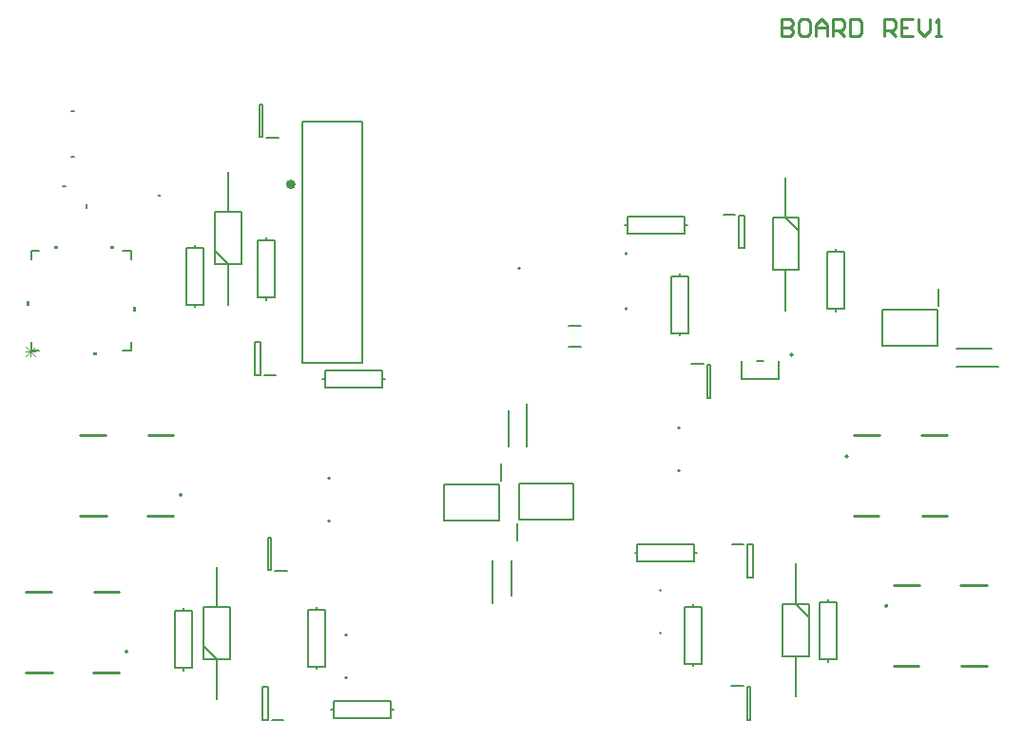
<source format=gto>
G04 Layer_Color=65535*
%FSLAX25Y25*%
%MOIN*%
G70*
G01*
G75*
%ADD35C,0.01000*%
%ADD51C,0.00600*%
%ADD52C,0.01575*%
%ADD53C,0.00787*%
%ADD54C,0.00300*%
G36*
X76528Y146646D02*
X75528D01*
Y148146D01*
X76528D01*
Y146646D01*
D02*
G37*
G36*
X63121Y131272D02*
X61621D01*
Y132272D01*
X63121D01*
Y131272D01*
D02*
G37*
G36*
X39372Y148616D02*
X38372D01*
Y150116D01*
X39372D01*
Y148616D01*
D02*
G37*
G36*
X69027Y168428D02*
X67527D01*
Y169428D01*
X69027D01*
Y168428D01*
D02*
G37*
G36*
X49342D02*
X47842D01*
Y169428D01*
X49342D01*
Y168428D01*
D02*
G37*
D35*
X84790Y187195D02*
G03*
X84790Y187195I-161J0D01*
G01*
X73676Y27206D02*
G03*
X73676Y27206I-300J0D01*
G01*
X339927Y43277D02*
G03*
X339927Y43277I-300J0D01*
G01*
X326127Y95694D02*
G03*
X326127Y95694I-300J0D01*
G01*
X92676Y82206D02*
G03*
X92676Y82206I-300J0D01*
G01*
X61807Y19827D02*
X70739D01*
X62101Y48173D02*
X70739D01*
X38061D02*
X46889D01*
X38061Y19827D02*
X47183D01*
X342265Y50657D02*
X351197D01*
X342265Y22310D02*
X350903D01*
X366114D02*
X374942D01*
X365821Y50657D02*
X374942D01*
X328465Y103073D02*
X337397D01*
X328465Y74727D02*
X337103D01*
X352314D02*
X361142D01*
X352021Y103073D02*
X361142D01*
X80807Y74827D02*
X89739D01*
X81101Y103173D02*
X89739D01*
X57061D02*
X65890D01*
X57061Y74827D02*
X66184D01*
X302900Y249298D02*
Y243300D01*
X305899D01*
X306899Y244300D01*
Y245299D01*
X305899Y246299D01*
X302900D01*
X305899D01*
X306899Y247299D01*
Y248298D01*
X305899Y249298D01*
X302900D01*
X311897D02*
X309898D01*
X308898Y248298D01*
Y244300D01*
X309898Y243300D01*
X311897D01*
X312897Y244300D01*
Y248298D01*
X311897Y249298D01*
X314896Y243300D02*
Y247299D01*
X316896Y249298D01*
X318895Y247299D01*
Y243300D01*
Y246299D01*
X314896D01*
X320894Y243300D02*
Y249298D01*
X323893D01*
X324893Y248298D01*
Y246299D01*
X323893Y245299D01*
X320894D01*
X322894D02*
X324893Y243300D01*
X326892Y249298D02*
Y243300D01*
X329891D01*
X330891Y244300D01*
Y248298D01*
X329891Y249298D01*
X326892D01*
X338888Y243300D02*
Y249298D01*
X341887D01*
X342887Y248298D01*
Y246299D01*
X341887Y245299D01*
X338888D01*
X340888D02*
X342887Y243300D01*
X348885Y249298D02*
X344886D01*
Y243300D01*
X348885D01*
X344886Y246299D02*
X346886D01*
X350885Y249298D02*
Y245299D01*
X352884Y243300D01*
X354883Y245299D01*
Y249298D01*
X356883Y243300D02*
X358882D01*
X357882D01*
Y249298D01*
X356883Y248298D01*
D51*
X248800Y166950D02*
G03*
X248800Y166950I-300J0D01*
G01*
Y147450D02*
G03*
X248800Y147450I-300J0D01*
G01*
X211300Y161567D02*
G03*
X211300Y161567I-300J0D01*
G01*
X260800Y33700D02*
G03*
X260800Y33700I-300J0D01*
G01*
Y48700D02*
G03*
X260800Y48700I-300J0D01*
G01*
X267300Y90700D02*
G03*
X267300Y90700I-300J0D01*
G01*
Y105700D02*
G03*
X267300Y105700I-300J0D01*
G01*
X307000Y131200D02*
G03*
X307000Y131200I-500J0D01*
G01*
X144700Y88050D02*
G03*
X144700Y88050I-300J0D01*
G01*
Y73050D02*
G03*
X144700Y73050I-300J0D01*
G01*
X150700Y33050D02*
G03*
X150700Y33050I-300J0D01*
G01*
Y18050D02*
G03*
X150700Y18050I-300J0D01*
G01*
X302000Y122750D02*
Y129250D01*
X289000Y122750D02*
X302000D01*
X289000D02*
Y129250D01*
X294270D02*
X296730D01*
X228475Y134175D02*
X232525D01*
X228475Y141475D02*
X232525D01*
X74993Y164963D02*
Y167893D01*
X72060Y132807D02*
X74993D01*
X39907D02*
X42840D01*
X39907Y164963D02*
Y167893D01*
X72060D02*
X74993D01*
Y132807D02*
Y135737D01*
X39907Y167893D02*
X42840D01*
X39907Y132807D02*
Y135737D01*
D52*
X131819Y191106D02*
G03*
X131819Y191106I-862J0D01*
G01*
D53*
X59500Y183009D02*
Y184191D01*
X53909Y217000D02*
X55090D01*
X285602Y64906D02*
X289736D01*
X291114Y53291D02*
Y64709D01*
Y53291D02*
X292886D01*
Y64709D01*
X291114D02*
X292886D01*
X125469Y55457D02*
X129799D01*
X124091Y55791D02*
Y67209D01*
X122909D02*
X124091D01*
X122909Y55791D02*
Y67209D01*
Y55791D02*
X124091D01*
X358157Y148502D02*
Y154408D01*
X338354Y147124D02*
X357646D01*
X338354Y134526D02*
Y147124D01*
Y134526D02*
X357646D01*
Y147124D01*
X208248Y46701D02*
Y59299D01*
X201752Y44339D02*
Y59299D01*
X207252Y99201D02*
Y111799D01*
X213748Y99201D02*
Y114161D01*
X210343Y66167D02*
Y72072D01*
X210854Y73450D02*
X230146D01*
Y86049D01*
X210854D02*
X230146D01*
X210854Y73450D02*
Y86049D01*
X137000Y42000D02*
X140000D01*
X137000Y22000D02*
Y42000D01*
Y22000D02*
X143000D01*
Y42000D01*
X140000D02*
X143000D01*
X140000Y21100D02*
Y22000D01*
Y42000D02*
Y42900D01*
X146000Y4000D02*
Y7000D01*
Y4000D02*
X166000D01*
Y10000D01*
X146000D02*
X166000D01*
X146000Y7000D02*
Y10000D01*
X166000Y7000D02*
X166900D01*
X145100D02*
X146000D01*
X90500Y41500D02*
X93500D01*
X90500Y21500D02*
Y41500D01*
Y21500D02*
X96500D01*
Y41500D01*
X93500D02*
X96500D01*
X93500Y20600D02*
Y21500D01*
Y41500D02*
Y42400D01*
X308000Y11480D02*
Y25630D01*
Y43882D02*
Y58031D01*
Y43882D02*
X312646Y39236D01*
X303354Y43882D02*
X312646D01*
X303354Y25630D02*
Y43882D01*
Y25630D02*
X312646D01*
Y43882D01*
X272000Y23000D02*
X275000D01*
Y43000D01*
X269000D02*
X275000D01*
X269000Y23000D02*
Y43000D01*
Y23000D02*
X272000D01*
Y43000D02*
Y43900D01*
Y22100D02*
Y23000D01*
X272500Y62000D02*
Y65000D01*
X252500D02*
X272500D01*
X252500Y59000D02*
Y65000D01*
Y59000D02*
X272500D01*
Y62000D01*
X251600D02*
X252500D01*
X272500D02*
X273400D01*
X319500Y24500D02*
X322500D01*
Y44500D01*
X316500D02*
X322500D01*
X316500Y24500D02*
Y44500D01*
Y24500D02*
X319500D01*
Y44500D02*
Y45400D01*
Y23600D02*
Y24500D01*
X304500Y146968D02*
Y161118D01*
Y179370D02*
Y193520D01*
Y179370D02*
X309146Y174724D01*
X299854Y179370D02*
X309146D01*
X299854Y161118D02*
Y179370D01*
Y161118D02*
X309146D01*
Y179370D01*
X267500Y139000D02*
X270500D01*
Y159000D01*
X264500D02*
X270500D01*
X264500Y139000D02*
Y159000D01*
Y139000D02*
X267500D01*
Y159000D02*
Y159900D01*
Y138100D02*
Y139000D01*
X269000Y177000D02*
Y180000D01*
X249000D02*
X269000D01*
X249000Y174000D02*
Y180000D01*
Y174000D02*
X269000D01*
Y177000D01*
X248100D02*
X249000D01*
X269000D02*
X269900D01*
X322000Y147500D02*
X325000D01*
Y167500D01*
X319000D02*
X325000D01*
X319000Y147500D02*
Y167500D01*
Y147500D02*
X322000D01*
Y167500D02*
Y168400D01*
Y146600D02*
Y147500D01*
X119500Y171500D02*
X122500D01*
X119500Y151500D02*
Y171500D01*
Y151500D02*
X125500D01*
Y171500D01*
X122500D02*
X125500D01*
X122500Y150600D02*
Y151500D01*
Y171500D02*
Y172400D01*
X143000Y120000D02*
Y123000D01*
Y120000D02*
X163000D01*
Y126000D01*
X143000D02*
X163000D01*
X143000Y123000D02*
Y126000D01*
X163000Y123000D02*
X163900D01*
X142100D02*
X143000D01*
X109000Y181382D02*
Y195531D01*
Y148980D02*
Y163130D01*
X104354Y167776D02*
X109000Y163130D01*
X104354D02*
X113646D01*
Y181382D01*
X104354D02*
X113646D01*
X104354Y163130D02*
Y181382D01*
X364201Y133573D02*
X376799D01*
X364201Y127077D02*
X379161D01*
X271201Y128043D02*
X275532D01*
X276909Y116291D02*
Y127709D01*
Y116291D02*
X278091D01*
Y127709D01*
X276909D02*
X278091D01*
X282602Y180405D02*
X286736D01*
X288114Y168791D02*
Y180209D01*
Y168791D02*
X289886D01*
Y180209D01*
X288114D02*
X289886D01*
X285201Y15043D02*
X289531D01*
X290910Y3291D02*
Y14709D01*
Y3291D02*
X292091D01*
Y14709D01*
X290910D02*
X292091D01*
X124264Y3094D02*
X128398D01*
X122886Y3291D02*
Y14709D01*
X121114D02*
X122886D01*
X121114Y3291D02*
Y14709D01*
Y3291D02*
X122886D01*
X121595Y124094D02*
X125728D01*
X120217Y124291D02*
Y135709D01*
X118445D02*
X120217D01*
X118445Y124291D02*
Y135709D01*
Y124291D02*
X120217D01*
X53909Y201000D02*
X55090D01*
X50909Y190400D02*
X52091D01*
X122468Y207457D02*
X126799D01*
X121091Y207791D02*
Y219209D01*
X119909D02*
X121091D01*
X119909Y207791D02*
Y219209D01*
Y207791D02*
X121091D01*
X105000Y42870D02*
Y57020D01*
Y10469D02*
Y24618D01*
X100354Y29264D02*
X105000Y24618D01*
X100354D02*
X109646D01*
Y42870D01*
X100354D02*
X109646D01*
X100354Y24618D02*
Y42870D01*
X204557Y87177D02*
Y93083D01*
X184754Y85799D02*
X204046D01*
X184754Y73201D02*
Y85799D01*
Y73201D02*
X204046D01*
Y85799D01*
X134870Y128677D02*
Y213323D01*
Y128677D02*
X156130D01*
Y213323D01*
X134870D02*
X156130D01*
X94500Y169000D02*
X97500D01*
X94500Y149000D02*
Y169000D01*
Y149000D02*
X100500D01*
Y169000D01*
X97500D02*
X100500D01*
X97500Y148100D02*
Y149000D01*
Y169000D02*
Y169900D01*
D54*
X38005Y130772D02*
X41337Y134105D01*
Y130772D02*
X38005Y134105D01*
X39671Y130772D02*
Y134105D01*
X41337Y132438D02*
X38005D01*
M02*

</source>
